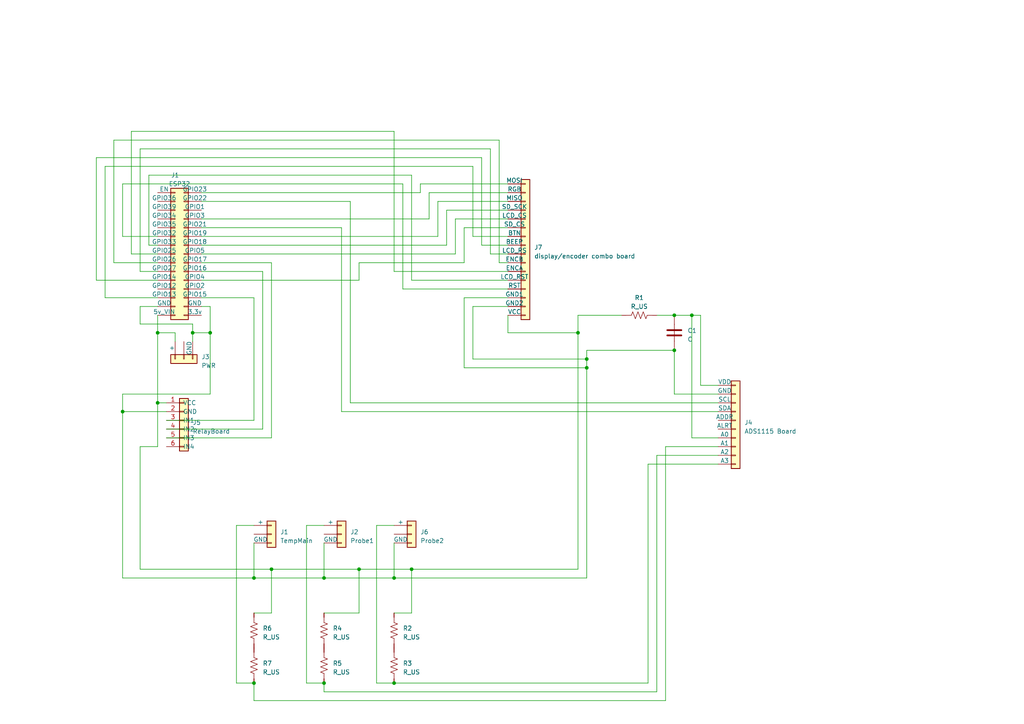
<source format=kicad_sch>
(kicad_sch (version 20230121) (generator eeschema)
  (paper "A4")
  (lib_symbols
    (symbol "Conn_01x03_1" (pin_numbers hide) (pin_names (offset 0))
      (property "Reference" "J3" (at -0.635 5.08 90))
      (property "Value" "PWR" (at 1.905 5.08 90))
      (symbol "Conn_01x03_1_1_1"
        (rectangle (start -1.27 -2.413) (end 0 -2.667) (stroke (width 0.1524)))
        (rectangle (start -1.27 0.127) (end 0 -0.127) (stroke (width 0.1524)))
        (rectangle (start -1.27 2.667) (end 0 2.413) (stroke (width 0.1524)))
        (rectangle (start -1.27 3.81) (end 1.27 -3.81) (stroke (width 0.254)) (fill (type background)))
        (pin passive line (at -5.08 2.54 0) (length 3.81) (name "GND") (number "1"))
        (pin passive line (at -5.08 0 0) (length 3.81) (name "") (number "2"))
        (pin passive line (at -5.08 -2.54 0) (length 3.81) (name "+") (number "3"))
      )
    )
    (symbol "Conn_01x03_2" (pin_numbers hide) (pin_names (offset 0))
      (property "Reference" "J1" (at 2.54 0.635 0))
      (property "Value" "TempMain" (at 2.54 -1.905 0))
      (symbol "Conn_01x03_2_1_1"
        (rectangle (start -1.27 -2.413) (end 0 -2.667) (stroke (width 0.1524)))
        (rectangle (start -1.27 0.127) (end 0 -0.127) (stroke (width 0.1524)))
        (rectangle (start -1.27 2.667) (end 0 2.413) (stroke (width 0.1524)))
        (rectangle (start -1.27 3.81) (end 1.27 -3.81) (stroke (width 0.254)) (fill (type background)))
        (pin passive line (at -5.08 2.54 0) (length 3.81) (name "+") (number "1"))
        (pin passive line (at -5.08 0 0) (length 3.81) (name "") (number "2"))
        (pin passive line (at -5.08 -2.54 0) (length 3.81) (name "GND") (number "3"))
      )
    )
    (symbol "Conn_01x03_3" (pin_numbers hide) (pin_names (offset 0))
      (property "Reference" "J2" (at 2.54 0.635 0))
      (property "Value" "Probe1" (at 2.54 -1.905 0))
      (symbol "Conn_01x03_3_1_1"
        (rectangle (start -1.27 -2.413) (end 0 -2.667) (stroke (width 0.1524)))
        (rectangle (start -1.27 0.127) (end 0 -0.127) (stroke (width 0.1524)))
        (rectangle (start -1.27 2.667) (end 0 2.413) (stroke (width 0.1524)))
        (rectangle (start -1.27 3.81) (end 1.27 -3.81) (stroke (width 0.254)) (fill (type background)))
        (pin passive line (at -5.08 2.54 0) (length 3.81) (name "+") (number "1"))
        (pin passive line (at -5.08 0 0) (length 3.81) (name "") (number "2"))
        (pin passive line (at -5.08 -2.54 0) (length 3.81) (name "GND") (number "3"))
      )
    )
    (symbol "Connector_Generic:Conn_01x03" (pin_numbers hide) (pin_names (offset 0))
      (property "Reference" "J6" (at 2.54 0.635 0))
      (property "Value" "Probe2" (at 2.54 -1.905 0))
      (symbol "Conn_01x03_1_1"
        (rectangle (start -1.27 -2.413) (end 0 -2.667) (stroke (width 0.1524)))
        (rectangle (start -1.27 0.127) (end 0 -0.127) (stroke (width 0.1524)))
        (rectangle (start -1.27 2.667) (end 0 2.413) (stroke (width 0.1524)))
        (rectangle (start -1.27 3.81) (end 1.27 -3.81) (stroke (width 0.254)) (fill (type background)))
        (pin passive line (at -5.08 2.54 0) (length 3.81) (name "+") (number "1"))
        (pin passive line (at -5.08 0 0) (length 3.81) (name "") (number "2"))
        (pin passive line (at -5.08 -2.54 0) (length 3.81) (name "GND") (number "3"))
      )
    )
    (symbol "Connector_Generic:Conn_01x06" (pin_names (offset 1.016))
      (property "Reference" "J5" (at 2.54 -0.635 0))
      (property "Value" "RelayBoard" (at 2.54 -3.175 0))
      (symbol "Conn_01x06_1_1"
        (rectangle (start -1.27 -7.493) (end 0 -7.747) (stroke (width 0.1524)))
        (rectangle (start -1.27 -4.953) (end 0 -5.207) (stroke (width 0.1524)))
        (rectangle (start -1.27 -2.413) (end 0 -2.667) (stroke (width 0.1524)))
        (rectangle (start -1.27 0.127) (end 0 -0.127) (stroke (width 0.1524)))
        (rectangle (start -1.27 2.667) (end 0 2.413) (stroke (width 0.1524)))
        (rectangle (start -1.27 5.207) (end 0 4.953) (stroke (width 0.1524)))
        (rectangle (start -1.27 6.35) (end 1.27 -8.89) (stroke (width 0.254)) (fill (type background)))
        (pin passive line (at -5.08 5.08 0) (length 3.81) (name "VCC") (number "1"))
        (pin passive line (at -5.08 2.54 0) (length 3.81) (name "GND") (number "2"))
        (pin passive line (at -5.08 0 0) (length 3.81) (name "IN1") (number "3"))
        (pin passive line (at -5.08 -2.54 0) (length 3.81) (name "IN2") (number "4"))
        (pin passive line (at -5.08 -5.08 0) (length 3.81) (name "IN3") (number "5"))
        (pin passive line (at -5.08 -7.62 0) (length 3.81) (name "IN4") (number "6"))
      )
    )
    (symbol "Connector_Generic:Conn_01x10" (pin_numbers hide) (pin_names (offset 0))
      (property "Reference" "J4" (at 2.54 -0.635 0))
      (property "Value" "ADSBoard" (at 2.54 -3.175 0))
      (symbol "Conn_01x10_1_1"
        (rectangle (start -1.27 -12.573) (end 0 -12.827) (stroke (width 0.1524)))
        (rectangle (start -1.27 -10.033) (end 0 -10.287) (stroke (width 0.1524)))
        (rectangle (start -1.27 -7.493) (end 0 -7.747) (stroke (width 0.1524)))
        (rectangle (start -1.27 -4.953) (end 0 -5.207) (stroke (width 0.1524)))
        (rectangle (start -1.27 -2.413) (end 0 -2.667) (stroke (width 0.1524)))
        (rectangle (start -1.27 0.127) (end 0 -0.127) (stroke (width 0.1524)))
        (rectangle (start -1.27 2.667) (end 0 2.413) (stroke (width 0.1524)))
        (rectangle (start -1.27 5.207) (end 0 4.953) (stroke (width 0.1524)))
        (rectangle (start -1.27 7.747) (end 0 7.493) (stroke (width 0.1524)))
        (rectangle (start -1.27 10.287) (end 0 10.033) (stroke (width 0.1524)))
        (rectangle (start -1.27 11.43) (end 1.27 -13.97) (stroke (width 0.254)) (fill (type background)))
        (pin passive line (at -5.08 10.16 0) (length 3.81) (name "VDD") (number "1"))
        (pin passive line (at -5.08 -12.7 0) (length 3.81) (name "A3") (number "10"))
        (pin passive line (at -5.08 7.62 0) (length 3.81) (name "GND") (number "2"))
        (pin passive line (at -5.08 5.08 0) (length 3.81) (name "SCL") (number "3"))
        (pin passive line (at -5.08 2.54 0) (length 3.81) (name "SDA") (number "4"))
        (pin passive line (at -5.08 0 0) (length 3.81) (name "ADDR") (number "5"))
        (pin passive line (at -5.08 -2.54 0) (length 3.81) (name "ALRT") (number "6"))
        (pin passive line (at -5.08 -5.08 0) (length 3.81) (name "A0") (number "7"))
        (pin passive line (at -5.08 -7.62 0) (length 3.81) (name "A1") (number "8"))
        (pin passive line (at -5.08 -10.16 0) (length 3.81) (name "A2") (number "9"))
      )
    )
    (symbol "Connector_Generic:Conn_01x16" (pin_numbers hide) (pin_names (offset 0))
      (property "Reference" "J7" (at 2.54 -0.635 0))
      (property "Value" "Conn_01x16" (at 2.54 -3.175 0))
      (symbol "Conn_01x16_1_1"
        (rectangle (start -1.27 -20.193) (end 0 -20.447) (stroke (width 0.1524)))
        (rectangle (start -1.27 -17.653) (end 0 -17.907) (stroke (width 0.1524)))
        (rectangle (start -1.27 -15.113) (end 0 -15.367) (stroke (width 0.1524)))
        (rectangle (start -1.27 -12.573) (end 0 -12.827) (stroke (width 0.1524)))
        (rectangle (start -1.27 -10.033) (end 0 -10.287) (stroke (width 0.1524)))
        (rectangle (start -1.27 -7.493) (end 0 -7.747) (stroke (width 0.1524)))
        (rectangle (start -1.27 -4.953) (end 0 -5.207) (stroke (width 0.1524)))
        (rectangle (start -1.27 -2.413) (end 0 -2.667) (stroke (width 0.1524)))
        (rectangle (start -1.27 0.127) (end 0 -0.127) (stroke (width 0.1524)))
        (rectangle (start -1.27 2.667) (end 0 2.413) (stroke (width 0.1524)))
        (rectangle (start -1.27 5.207) (end 0 4.953) (stroke (width 0.1524)))
        (rectangle (start -1.27 7.747) (end 0 7.493) (stroke (width 0.1524)))
        (rectangle (start -1.27 10.287) (end 0 10.033) (stroke (width 0.1524)))
        (rectangle (start -1.27 12.827) (end 0 12.573) (stroke (width 0.1524)))
        (rectangle (start -1.27 15.367) (end 0 15.113) (stroke (width 0.1524)))
        (rectangle (start -1.27 17.907) (end 0 17.653) (stroke (width 0.1524)))
        (rectangle (start -1.27 19.05) (end 1.27 -21.59) (stroke (width 0.254)) (fill (type background)))
        (pin passive line (at -5.08 17.78 0) (length 3.81) (name "MOSI") (number "1"))
        (pin passive line (at -5.08 -5.08 0) (length 3.81) (name "ENCB") (number "10"))
        (pin passive line (at -5.08 -7.62 0) (length 3.81) (name "ENCA") (number "11"))
        (pin passive line (at -5.08 -10.16 0) (length 3.81) (name "LCD_RST") (number "12"))
        (pin passive line (at -5.08 -12.7 0) (length 3.81) (name "RST") (number "13"))
        (pin passive line (at -5.08 -15.24 0) (length 3.81) (name "GND1") (number "14"))
        (pin passive line (at -5.08 -17.78 0) (length 3.81) (name "GND2") (number "15"))
        (pin passive line (at -5.08 -20.32 0) (length 3.81) (name "VCC") (number "16"))
        (pin passive line (at -5.08 15.24 0) (length 3.81) (name "RGB") (number "2"))
        (pin passive line (at -5.08 12.7 0) (length 3.81) (name "MISO") (number "3"))
        (pin passive line (at -5.08 10.16 0) (length 3.81) (name "SD_SCK") (number "4"))
        (pin passive line (at -5.08 7.62 0) (length 3.81) (name "LCD_CS") (number "5"))
        (pin passive line (at -5.08 5.08 0) (length 3.81) (name "SD_CS") (number "6"))
        (pin passive line (at -5.08 2.54 0) (length 3.81) (name "BTN") (number "7"))
        (pin passive line (at -5.08 0 0) (length 3.81) (name "BEEP") (number "8"))
        (pin passive line (at -5.08 -2.54 0) (length 3.81) (name "LCD_RS") (number "9"))
      )
    )
    (symbol "Connector_Generic:Conn_02x15_Counter_Clockwise" (pin_numbers hide) (pin_names (offset 0))
      (property "Reference" "ESP32" (at 1.27 20.32 0))
      (property "Value" "J1" (at 0 22.86 0))
      (symbol "Conn_02x15_Counter_Clockwise_1_1"
        (rectangle (start -1.27 -17.653) (end 0 -17.907) (stroke (width 0.1524)))
        (rectangle (start -1.27 -15.113) (end 0 -15.367) (stroke (width 0.1524)))
        (rectangle (start -1.27 -12.573) (end 0 -12.827) (stroke (width 0.1524)))
        (rectangle (start -1.27 -10.033) (end 0 -10.287) (stroke (width 0.1524)))
        (rectangle (start -1.27 -7.493) (end 0 -7.747) (stroke (width 0.1524)))
        (rectangle (start -1.27 -4.953) (end 0 -5.207) (stroke (width 0.1524)))
        (rectangle (start -1.27 -2.413) (end 0 -2.667) (stroke (width 0.1524)))
        (rectangle (start -1.27 0.127) (end 0 -0.127) (stroke (width 0.1524)))
        (rectangle (start -1.27 2.667) (end 0 2.413) (stroke (width 0.1524)))
        (rectangle (start -1.27 5.207) (end 0 4.953) (stroke (width 0.1524)))
        (rectangle (start -1.27 7.747) (end 0 7.493) (stroke (width 0.1524)))
        (rectangle (start -1.27 10.287) (end 0 10.033) (stroke (width 0.1524)))
        (rectangle (start -1.27 12.827) (end 0 12.573) (stroke (width 0.1524)))
        (rectangle (start -1.27 15.367) (end 0 15.113) (stroke (width 0.1524)))
        (rectangle (start -1.27 17.907) (end 0 17.653) (stroke (width 0.1524)))
        (rectangle (start -1.27 19.05) (end 3.81 -19.05) (stroke (width 0.254)) (fill (type background)))
        (rectangle (start 3.81 -17.653) (end 2.54 -17.907) (stroke (width 0.1524)))
        (rectangle (start 3.81 -15.113) (end 2.54 -15.367) (stroke (width 0.1524)))
        (rectangle (start 3.81 -12.573) (end 2.54 -12.827) (stroke (width 0.1524)))
        (rectangle (start 3.81 -10.033) (end 2.54 -10.287) (stroke (width 0.1524)))
        (rectangle (start 3.81 -7.493) (end 2.54 -7.747) (stroke (width 0.1524)))
        (rectangle (start 3.81 -4.953) (end 2.54 -5.207) (stroke (width 0.1524)))
        (rectangle (start 3.81 -2.413) (end 2.54 -2.667) (stroke (width 0.1524)))
        (rectangle (start 3.81 0.127) (end 2.54 -0.127) (stroke (width 0.1524)))
        (rectangle (start 3.81 2.667) (end 2.54 2.413) (stroke (width 0.1524)))
        (rectangle (start 3.81 5.207) (end 2.54 4.953) (stroke (width 0.1524)))
        (rectangle (start 3.81 7.747) (end 2.54 7.493) (stroke (width 0.1524)))
        (rectangle (start 3.81 10.287) (end 2.54 10.033) (stroke (width 0.1524)))
        (rectangle (start 3.81 12.827) (end 2.54 12.573) (stroke (width 0.1524)))
        (rectangle (start 3.81 15.367) (end 2.54 15.113) (stroke (width 0.1524)))
        (rectangle (start 3.81 17.907) (end 2.54 17.653) (stroke (width 0.1524)))
        (pin passive line (at 7.62 12.7 180) (length 3.81) (name "GPIO1") (number "1"))
        (pin passive line (at -5.08 -10.16 0) (length 3.81) (name "GPIO12") (number "12"))
        (pin passive line (at -5.08 -12.7 0) (length 3.81) (name "GPIO13") (number "13"))
        (pin passive line (at -5.08 -7.62 0) (length 3.81) (name "GPIO14") (number "14"))
        (pin passive line (at 7.62 -12.7 180) (length 3.81) (name "GPIO15") (number "15"))
        (pin passive line (at 7.62 -5.08 180) (length 3.81) (name "GPIO16") (number "16"))
        (pin passive line (at 7.62 -2.54 180) (length 3.81) (name "GPIO17") (number "17"))
        (pin passive line (at 7.62 2.54 180) (length 3.81) (name "GPIO18") (number "18"))
        (pin passive line (at 7.62 5.08 180) (length 3.81) (name "GPIO19") (number "19"))
        (pin passive line (at 7.62 -10.16 180) (length 3.81) (name "GPIO2") (number "2"))
        (pin passive line (at 7.62 7.62 180) (length 3.81) (name "GPIO21") (number "21"))
        (pin passive line (at 7.62 15.24 180) (length 3.81) (name "GPIO22") (number "22"))
        (pin passive line (at 7.62 17.78 180) (length 3.81) (name "GPIO23") (number "23"))
        (pin passive line (at -5.08 0 0) (length 3.81) (name "GPIO25") (number "25"))
        (pin passive line (at -5.08 -2.54 0) (length 3.81) (name "GPIO26") (number "26"))
        (pin passive line (at -5.08 -5.08 0) (length 3.81) (name "GPIO27") (number "27"))
        (pin passive line (at 7.62 10.16 180) (length 3.81) (name "GPIO3") (number "3"))
        (pin passive line (at -5.08 5.08 0) (length 3.81) (name "GPIO32") (number "32"))
        (pin passive line (at -5.08 2.54 0) (length 3.81) (name "GPIO33") (number "33"))
        (pin passive line (at -5.08 10.16 0) (length 3.81) (name "GPIO34") (number "34"))
        (pin passive line (at -5.08 7.62 0) (length 3.81) (name "GPIO35") (number "35"))
        (pin passive line (at -5.08 15.24 0) (length 3.81) (name "GPIO36") (number "36"))
        (pin passive line (at -5.08 12.7 0) (length 3.81) (name "GPIO39") (number "39"))
        (pin passive line (at 7.62 -7.62 180) (length 3.81) (name "GPIO4") (number "4"))
        (pin passive line (at 7.62 0 180) (length 3.81) (name "GPIO5") (number "5"))
        (pin passive line (at -5.08 17.78 0) (length 3.81) (name "EN") (number "60"))
        (pin passive line (at -5.08 -15.24 0) (length 3.81) (name "GND") (number "61"))
        (pin passive line (at 7.62 -15.24 180) (length 3.81) (name "GND") (number "62"))
        (pin passive line (at -5.08 -17.78 0) (length 3.81) (name "5v_VIN") (number "63"))
        (pin passive line (at 7.62 -17.78 180) (length 3.81) (name "3.3v") (number "64"))
      )
    )
    (symbol "Device:C" (pin_numbers hide) (pin_names (offset 0.254))
      (property "Reference" "C1" (at 3.81 0.635 0))
      (property "Value" "C" (at 3.81 -1.905 0))
      (symbol "C_0_1"
        (polyline (pts (xy -2.032 -0.762) (xy 2.032 -0.762)) (stroke (width 0.508)))
        (polyline (pts (xy -2.032 0.762) (xy 2.032 0.762)) (stroke (width 0.508)))
        (polyline (pts (xy 0 2.54) (xy 0 -2.54)))
      )
      (symbol "C_1_1"
        (pin passive line (at 0 5.08 270) (length 2.794) (name "~") (number "1"))
        (pin passive line (at 0 -5.08 90) (length 2.794) (name "~") (number "2"))
      )
    )
    (symbol "Device:R_US" (pin_numbers hide) (pin_names (offset 0))
      (property "Reference" "R1" (at 5.08 0 90))
      (property "Value" "R_US" (at 2.54 0 90))
      (symbol "R_US_0_1"
        (polyline (pts (xy 0 -2.286) (xy 0 -5.08)))
        (polyline (pts (xy 0 2.286) (xy 0 5.08)))
        (polyline (pts (xy 0 -0.762) (xy 1.016 -1.143) (xy 0 -1.524) (xy -1.016 -1.905) (xy 0 -2.286)))
        (polyline (pts (xy 0 0.762) (xy 1.016 0.381) (xy 0 0) (xy -1.016 -0.381) (xy 0 -0.762)))
        (polyline (pts (xy 0 2.286) (xy 1.016 1.905) (xy 0 1.524) (xy -1.016 1.143) (xy 0 0.762)))
      )
      (symbol "R_US_1_1"
        (pin passive line (at 0 5.08 270) (length 1.27) (name "~") (number "1"))
        (pin passive line (at 0 -5.08 90) (length 1.27) (name "~") (number "2"))
      )
    )
    (symbol "New_Library:JBResistor" (pin_numbers hide) (pin_names (offset 0))
      (property "Reference" "R1" (at 5.08 0 90))
      (property "Value" "R_US" (at 2.54 0 90))
      (symbol "JBResistor_0_1"
        (polyline (pts (xy 0 -2.286) (xy 0 -5.08)))
        (polyline (pts (xy 0 2.286) (xy 0 5.08)))
        (polyline (pts (xy 0 -0.762) (xy 1.016 -1.143) (xy 0 -1.524) (xy -1.016 -1.905) (xy 0 -2.286)))
        (polyline (pts (xy 0 0.762) (xy 1.016 0.381) (xy 0 0) (xy -1.016 -0.381) (xy 0 -0.762)))
        (polyline (pts (xy 0 2.286) (xy 1.016 1.905) (xy 0 1.524) (xy -1.016 1.143) (xy 0 0.762)))
      )
      (symbol "JBResistor_1_1"
        (pin passive line (at 0 5.08 270) (length 1.27) (name "~") (number "1"))
        (pin passive line (at 0 -5.08 90) (length 1.27) (name "~") (number "2"))
      )
    )
  )
  (junction (at 114.3 167.64))
  (junction (at 35.56 119.38))
  (junction (at 200.66 91.44))
  (junction (at 195.58 101.6))
  (junction (at 195.58 91.44))
  (junction (at 104.14 165.1))
  (junction (at 78.74 165.1))
  (junction (at 55.88 96.52))
  (junction (at 170.18 106.68))
  (junction (at 93.98 198.12))
  (junction (at 170.18 104.14))
  (junction (at 93.98 167.64))
  (junction (at 45.72 96.52))
  (junction (at 167.64 96.52))
  (junction (at 73.66 198.12))
  (junction (at 119.38 165.1))
  (junction (at 114.3 198.12))
  (junction (at 60.96 96.52))
  (junction (at 73.66 167.64))
  (junction (at 45.72 116.84))
  (wire (pts (xy 58.42 71.12) (xy 129.54 71.12)))
  (wire (pts (xy 142.24 73.66) (xy 147.32 73.66)))
  (wire (pts (xy 170.18 106.68) (xy 170.18 167.64)))
  (wire (pts (xy 193.04 129.54) (xy 208.28 129.54)))
  (wire (pts (xy 45.72 71.12) (xy 43.18 71.12)))
  (wire (pts (xy 35.56 114.3) (xy 35.56 119.38)))
  (wire (pts (xy 147.32 88.9) (xy 137.16 88.9)))
  (wire (pts (xy 208.28 127) (xy 200.66 127)))
  (wire (pts (xy 58.42 58.42) (xy 101.6 58.42)))
  (wire (pts (xy 58.42 81.28) (xy 104.14 81.28)))
  (wire (pts (xy 195.58 114.3) (xy 208.28 114.3)))
  (wire (pts (xy 35.56 167.64) (xy 73.66 167.64)))
  (wire (pts (xy 147.32 86.36) (xy 134.62 86.36)))
  (wire (pts (xy 116.84 53.34) (xy 116.84 83.82)))
  (wire (pts (xy 119.38 50.8) (xy 119.38 81.28)))
  (wire (pts (xy 45.72 116.84) (xy 48.26 116.84)))
  (wire (pts (xy 114.3 157.48) (xy 114.3 167.64)))
  (wire (pts (xy 134.62 76.2) (xy 134.62 66.04)))
  (wire (pts (xy 58.42 63.5) (xy 124.46 63.5)))
  (wire (pts (xy 137.16 104.14) (xy 170.18 104.14)))
  (wire (pts (xy 104.14 81.28) (xy 104.14 76.2)))
  (wire (pts (xy 40.64 88.9) (xy 45.72 88.9)))
  (wire (pts (xy 35.56 119.38) (xy 35.56 167.64)))
  (wire (pts (xy 78.74 177.8) (xy 73.66 177.8)))
  (wire (pts (xy 134.62 66.04) (xy 147.32 66.04)))
  (wire (pts (xy 195.58 101.6) (xy 195.58 114.3)))
  (wire (pts (xy 121.92 53.34) (xy 147.32 53.34)))
  (wire (pts (xy 78.74 165.1) (xy 104.14 165.1)))
  (wire (pts (xy 104.14 76.2) (xy 134.62 76.2)))
  (wire (pts (xy 93.98 157.48) (xy 93.98 167.64)))
  (wire (pts (xy 137.16 88.9) (xy 137.16 104.14)))
  (wire (pts (xy 73.66 121.92) (xy 73.66 86.36)))
  (wire (pts (xy 101.6 116.84) (xy 208.28 116.84)))
  (wire (pts (xy 58.42 68.58) (xy 127 68.58)))
  (wire (pts (xy 200.66 127) (xy 200.66 91.44)))
  (wire (pts (xy 40.64 43.18) (xy 142.24 43.18)))
  (wire (pts (xy 30.48 86.36) (xy 45.72 86.36)))
  (wire (pts (xy 60.96 114.3) (xy 60.96 96.52)))
  (wire (pts (xy 48.26 124.46) (xy 76.2 124.46)))
  (wire (pts (xy 114.3 198.12) (xy 109.22 198.12)))
  (wire (pts (xy 38.1 38.1) (xy 114.3 38.1)))
  (wire (pts (xy 45.72 129.54) (xy 40.64 129.54)))
  (wire (pts (xy 40.64 129.54) (xy 40.64 165.1)))
  (wire (pts (xy 114.3 167.64) (xy 170.18 167.64)))
  (wire (pts (xy 73.66 167.64) (xy 93.98 167.64)))
  (wire (pts (xy 43.18 50.8) (xy 119.38 50.8)))
  (wire (pts (xy 203.2 111.76) (xy 208.28 111.76)))
  (wire (pts (xy 114.3 198.12) (xy 187.96 198.12)))
  (wire (pts (xy 43.18 71.12) (xy 43.18 50.8)))
  (wire (pts (xy 35.56 68.58) (xy 35.56 53.34)))
  (wire (pts (xy 40.64 78.74) (xy 40.64 43.18)))
  (wire (pts (xy 38.1 73.66) (xy 38.1 38.1)))
  (wire (pts (xy 167.64 91.44) (xy 180.34 91.44)))
  (wire (pts (xy 134.62 106.68) (xy 170.18 106.68)))
  (wire (pts (xy 58.42 66.04) (xy 99.06 66.04)))
  (wire (pts (xy 127 68.58) (xy 127 58.42)))
  (wire (pts (xy 127 58.42) (xy 147.32 58.42)))
  (wire (pts (xy 50.8 96.52) (xy 45.72 96.52)))
  (wire (pts (xy 170.18 104.14) (xy 170.18 106.68)))
  (wire (pts (xy 93.98 198.12) (xy 93.98 200.66)))
  (wire (pts (xy 129.54 60.96) (xy 147.32 60.96)))
  (wire (pts (xy 195.58 91.44) (xy 200.66 91.44)))
  (wire (pts (xy 55.88 99.06) (xy 55.88 96.52)))
  (wire (pts (xy 167.64 91.44) (xy 167.64 96.52)))
  (wire (pts (xy 116.84 83.82) (xy 147.32 83.82)))
  (wire (pts (xy 50.8 99.06) (xy 50.8 96.52)))
  (wire (pts (xy 48.26 127) (xy 78.74 127)))
  (wire (pts (xy 73.66 198.12) (xy 73.66 203.2)))
  (wire (pts (xy 33.02 76.2) (xy 33.02 40.64)))
  (wire (pts (xy 45.72 76.2) (xy 33.02 76.2)))
  (wire (pts (xy 30.48 86.36) (xy 30.48 48.26)))
  (wire (pts (xy 93.98 200.66) (xy 190.5 200.66)))
  (wire (pts (xy 187.96 134.62) (xy 208.28 134.62)))
  (wire (pts (xy 45.72 116.84) (xy 45.72 129.54)))
  (wire (pts (xy 190.5 200.66) (xy 190.5 132.08)))
  (wire (pts (xy 139.7 71.12) (xy 147.32 71.12)))
  (wire (pts (xy 68.58 198.12) (xy 68.58 152.4)))
  (wire (pts (xy 76.2 124.46) (xy 76.2 78.74)))
  (wire (pts (xy 144.78 40.64) (xy 144.78 76.2)))
  (wire (pts (xy 147.32 96.52) (xy 167.64 96.52)))
  (wire (pts (xy 58.42 55.88) (xy 121.92 55.88)))
  (wire (pts (xy 68.58 152.4) (xy 73.66 152.4)))
  (wire (pts (xy 124.46 63.5) (xy 124.46 55.88)))
  (wire (pts (xy 109.22 198.12) (xy 109.22 152.4)))
  (wire (pts (xy 45.72 68.58) (xy 35.56 68.58)))
  (wire (pts (xy 104.14 165.1) (xy 104.14 177.8)))
  (wire (pts (xy 109.22 152.4) (xy 114.3 152.4)))
  (wire (pts (xy 73.66 157.48) (xy 73.66 167.64)))
  (wire (pts (xy 45.72 96.52) (xy 45.72 116.84)))
  (wire (pts (xy 142.24 43.18) (xy 142.24 73.66)))
  (wire (pts (xy 190.5 132.08) (xy 208.28 132.08)))
  (wire (pts (xy 73.66 86.36) (xy 58.42 86.36)))
  (wire (pts (xy 114.3 38.1) (xy 114.3 78.74)))
  (wire (pts (xy 35.56 119.38) (xy 48.26 119.38)))
  (wire (pts (xy 40.64 165.1) (xy 78.74 165.1)))
  (wire (pts (xy 99.06 119.38) (xy 208.28 119.38)))
  (wire (pts (xy 58.42 73.66) (xy 132.08 73.66)))
  (wire (pts (xy 187.96 198.12) (xy 187.96 134.62)))
  (wire (pts (xy 147.32 91.44) (xy 147.32 96.52)))
  (wire (pts (xy 78.74 127) (xy 78.74 76.2)))
  (wire (pts (xy 93.98 198.12) (xy 88.9 198.12)))
  (wire (pts (xy 78.74 165.1) (xy 78.74 177.8)))
  (wire (pts (xy 30.48 48.26) (xy 137.16 48.26)))
  (wire (pts (xy 88.9 152.4) (xy 93.98 152.4)))
  (wire (pts (xy 45.72 73.66) (xy 38.1 73.66)))
  (wire (pts (xy 60.96 88.9) (xy 58.42 88.9)))
  (wire (pts (xy 200.66 91.44) (xy 203.2 91.44)))
  (wire (pts (xy 139.7 45.72) (xy 139.7 71.12)))
  (wire (pts (xy 99.06 66.04) (xy 99.06 119.38)))
  (wire (pts (xy 55.88 93.98) (xy 40.64 93.98)))
  (wire (pts (xy 60.96 96.52) (xy 60.96 88.9)))
  (wire (pts (xy 134.62 86.36) (xy 134.62 106.68)))
  (wire (pts (xy 101.6 58.42) (xy 101.6 116.84)))
  (wire (pts (xy 119.38 81.28) (xy 147.32 81.28)))
  (wire (pts (xy 119.38 165.1) (xy 119.38 177.8)))
  (wire (pts (xy 121.92 55.88) (xy 121.92 53.34)))
  (wire (pts (xy 88.9 198.12) (xy 88.9 152.4)))
  (wire (pts (xy 93.98 167.64) (xy 114.3 167.64)))
  (wire (pts (xy 132.08 63.5) (xy 147.32 63.5)))
  (wire (pts (xy 104.14 177.8) (xy 93.98 177.8)))
  (wire (pts (xy 129.54 71.12) (xy 129.54 60.96)))
  (wire (pts (xy 104.14 165.1) (xy 119.38 165.1)))
  (wire (pts (xy 119.38 177.8) (xy 114.3 177.8)))
  (wire (pts (xy 170.18 101.6) (xy 170.18 104.14)))
  (wire (pts (xy 35.56 114.3) (xy 60.96 114.3)))
  (wire (pts (xy 144.78 76.2) (xy 147.32 76.2)))
  (wire (pts (xy 48.26 121.92) (xy 73.66 121.92)))
  (wire (pts (xy 40.64 93.98) (xy 40.64 88.9)))
  (wire (pts (xy 193.04 203.2) (xy 193.04 129.54)))
  (wire (pts (xy 132.08 73.66) (xy 132.08 63.5)))
  (wire (pts (xy 78.74 76.2) (xy 58.42 76.2)))
  (wire (pts (xy 114.3 78.74) (xy 147.32 78.74)))
  (wire (pts (xy 27.94 81.28) (xy 27.94 45.72)))
  (wire (pts (xy 33.02 40.64) (xy 144.78 40.64)))
  (wire (pts (xy 45.72 81.28) (xy 27.94 81.28)))
  (wire (pts (xy 73.66 203.2) (xy 193.04 203.2)))
  (wire (pts (xy 170.18 101.6) (xy 195.58 101.6)))
  (wire (pts (xy 35.56 53.34) (xy 116.84 53.34)))
  (wire (pts (xy 55.88 96.52) (xy 55.88 93.98)))
  (wire (pts (xy 167.64 96.52) (xy 167.64 165.1)))
  (wire (pts (xy 45.72 91.44) (xy 45.72 96.52)))
  (wire (pts (xy 55.88 96.52) (xy 60.96 96.52)))
  (wire (pts (xy 73.66 198.12) (xy 68.58 198.12)))
  (wire (pts (xy 124.46 55.88) (xy 147.32 55.88)))
  (wire (pts (xy 119.38 165.1) (xy 167.64 165.1)))
  (wire (pts (xy 27.94 45.72) (xy 139.7 45.72)))
  (wire (pts (xy 137.16 68.58) (xy 147.32 68.58)))
  (wire (pts (xy 190.5 91.44) (xy 195.58 91.44)))
  (wire (pts (xy 203.2 91.44) (xy 203.2 111.76)))
  (wire (pts (xy 76.2 78.74) (xy 58.42 78.74)))
  (wire (pts (xy 137.16 48.26) (xy 137.16 68.58)))
  (wire (pts (xy 45.72 78.74) (xy 40.64 78.74)))
  (symbol (lib_id "Connector_Generic:Conn_01x06") (at 53.34 121.92 0) (unit 1)
    (property "Reference" "J5" (at 55.88 122.555 0) (effects (justify left)))
    (property "Value" "RelayBoard" (at 55.88 125.095 0) (effects (justify left)))
    (property "Footprint" "Connector_PinHeader_2.54mm:PinHeader_1x06_P2.54mm_Vertical" (effects hide))
  )
  (symbol (lib_id "New_Library:JBResistor") (at 93.98 193.04 180) (unit 1)
    (property "Reference" "R5" (at 96.52 192.405 0) (effects (justify right)))
    (property "Value" "R_US" (at 96.52 194.945 0) (effects (justify right)))
    (property "Footprint" "Resistor_THT:R_Axial_DIN0204_L3.6mm_D1.6mm_P2.54mm_Vertical" (effects hide))
  )
  (symbol (lib_id "Connector_Generic:Conn_01x16") (at 152.4 71.12 0) (unit 1)
    (property "Reference" "J7" (at 154.94 71.755 0) (effects (justify left)))
    (property "Value" "display/encoder combo board" (at 154.94 74.295 0) (effects (justify left)))
    (property "Footprint" "Connector_PinHeader_2.54mm:PinHeader_1x16_P2.54mm_Vertical" (effects hide))
  )
  (symbol (lib_id "Device:C") (at 195.58 96.52 0) (unit 1)
    (property "Reference" "C1" (at 199.39 95.885 0) (effects (justify left)))
    (property "Value" "C" (at 199.39 98.425 0) (effects (justify left)))
    (property "Footprint" "Capacitor_THT:CP_Radial_D8.0mm_P3.50mm" (effects hide))
  )
  (symbol (lib_id "Device:R_US") (at 185.42 91.44 90) (unit 1)
    (property "Reference" "R1" (at 185.42 86.36 90))
    (property "Value" "R_US" (at 185.42 88.9 90))
    (property "Footprint" "Resistor_THT:R_Axial_DIN0204_L3.6mm_D1.6mm_P2.54mm_Vertical" (effects hide))
  )
  (symbol (lib_name "Conn_01x03_2") (lib_id "Connector_Generic:Conn_01x03") (at 78.74 154.94 0) (unit 1)
    (property "Reference" "J1" (at 81.28 154.305 0) (effects (justify left)))
    (property "Value" "TempMain" (at 81.28 156.845 0) (effects (justify left)))
    (property "Footprint" "Connector_PinHeader_2.54mm:PinHeader_1x03_P2.54mm_Vertical" (effects hide))
  )
  (symbol (lib_id "New_Library:JBResistor") (at 73.66 193.04 180) (unit 1)
    (property "Reference" "R7" (at 76.2 192.405 0) (effects (justify right)))
    (property "Value" "R_US" (at 76.2 194.945 0) (effects (justify right)))
    (property "Footprint" "Resistor_THT:R_Axial_DIN0204_L3.6mm_D1.6mm_P2.54mm_Vertical" (effects hide))
  )
  (symbol (lib_id "New_Library:JBResistor") (at 73.66 182.88 180) (unit 1)
    (property "Reference" "R6" (at 76.2 182.245 0) (effects (justify right)))
    (property "Value" "R_US" (at 76.2 184.785 0) (effects (justify right)))
    (property "Footprint" "Resistor_THT:R_Axial_DIN0204_L3.6mm_D1.6mm_P2.54mm_Vertical" (effects hide))
  )
  (symbol (lib_id "Connector_Generic:Conn_01x03") (at 119.38 154.94 0) (unit 1)
    (property "Reference" "J6" (at 121.92 154.305 0) (effects (justify left)))
    (property "Value" "Probe2" (at 121.92 156.845 0) (effects (justify left)))
    (property "Footprint" "Connector_PinHeader_2.54mm:PinHeader_1x03_P2.54mm_Vertical" (effects hide))
  )
  (symbol (lib_name "Conn_01x03_3") (lib_id "Connector_Generic:Conn_01x03") (at 99.06 154.94 0) (unit 1)
    (property "Reference" "J2" (at 101.6 154.305 0) (effects (justify left)))
    (property "Value" "Probe1" (at 101.6 156.845 0) (effects (justify left)))
    (property "Footprint" "Connector_PinHeader_2.54mm:PinHeader_1x03_P2.54mm_Vertical" (effects hide))
  )
  (symbol (lib_id "New_Library:JBResistor") (at 114.3 182.88 180) (unit 1)
    (property "Reference" "R2" (at 116.84 182.245 0) (effects (justify right)))
    (property "Value" "R_US" (at 116.84 184.785 0) (effects (justify right)))
    (property "Footprint" "Resistor_THT:R_Axial_DIN0204_L3.6mm_D1.6mm_P2.54mm_Vertical" (effects hide))
  )
  (symbol (lib_id "New_Library:JBResistor") (at 93.98 182.88 180) (unit 1)
    (property "Reference" "R4" (at 96.52 182.245 0) (effects (justify right)))
    (property "Value" "R_US" (at 96.52 184.785 0) (effects (justify right)))
    (property "Footprint" "Resistor_THT:R_Axial_DIN0204_L3.6mm_D1.6mm_P2.54mm_Vertical" (effects hide))
  )
  (symbol (lib_id "Connector_Generic:Conn_01x10") (at 213.36 121.92 0) (unit 1)
    (property "Reference" "J4" (at 215.9 122.555 0) (effects (justify left)))
    (property "Value" "ADS1115 Board" (at 215.9 125.095 0) (effects (justify left)))
    (property "Footprint" "Connector_PinHeader_2.54mm:PinHeader_1x10_P2.54mm_Vertical" (effects hide))
  )
  (symbol (lib_name "Conn_01x03_1") (lib_id "Connector_Generic:Conn_01x03") (at 53.34 104.14 270) (unit 1)
    (property "Reference" "J3" (at 58.42 103.505 90) (effects (justify left)))
    (property "Value" "PWR" (at 58.42 106.045 90) (effects (justify left)))
    (property "Footprint" "Connector_PinHeader_2.54mm:PinHeader_1x03_P2.54mm_Vertical" (effects hide))
  )
  (symbol (lib_id "Connector_Generic:Conn_02x15_Counter_Clockwise") (at 50.8 73.66 0) (unit 1)
    (property "Reference" "ESP32" (at 52.07 53.34 0))
    (property "Value" "J1" (at 50.8 50.8 0))
    (property "Footprint" "esp32 pinheader:ESP32 PinHeader_2x15_P2.54mm_Vertical" (effects hide))
  )
  (symbol (lib_id "New_Library:JBResistor") (at 114.3 193.04 180) (unit 1)
    (property "Reference" "R3" (at 116.84 192.405 0) (effects (justify right)))
    (property "Value" "R_US" (at 116.84 194.945 0) (effects (justify right)))
    (property "Footprint" "Resistor_THT:R_Axial_DIN0204_L3.6mm_D1.6mm_P2.54mm_Vertical" (effects hide))
  )
)
</source>
